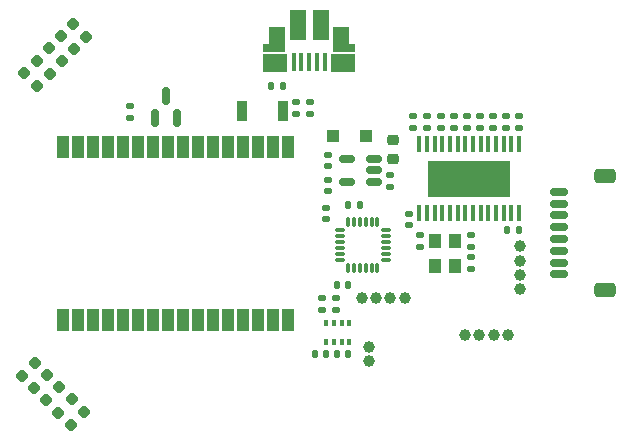
<source format=gtp>
%TF.GenerationSoftware,KiCad,Pcbnew,(6.0.0-0)*%
%TF.CreationDate,2022-01-25T22:05:00-05:00*%
%TF.ProjectId,Autodrone_V2,4175746f-6472-46f6-9e65-5f56322e6b69,rev?*%
%TF.SameCoordinates,Original*%
%TF.FileFunction,Paste,Top*%
%TF.FilePolarity,Positive*%
%FSLAX46Y46*%
G04 Gerber Fmt 4.6, Leading zero omitted, Abs format (unit mm)*
G04 Created by KiCad (PCBNEW (6.0.0-0)) date 2022-01-25 22:05:00*
%MOMM*%
%LPD*%
G01*
G04 APERTURE LIST*
G04 Aperture macros list*
%AMRoundRect*
0 Rectangle with rounded corners*
0 $1 Rounding radius*
0 $2 $3 $4 $5 $6 $7 $8 $9 X,Y pos of 4 corners*
0 Add a 4 corners polygon primitive as box body*
4,1,4,$2,$3,$4,$5,$6,$7,$8,$9,$2,$3,0*
0 Add four circle primitives for the rounded corners*
1,1,$1+$1,$2,$3*
1,1,$1+$1,$4,$5*
1,1,$1+$1,$6,$7*
1,1,$1+$1,$8,$9*
0 Add four rect primitives between the rounded corners*
20,1,$1+$1,$2,$3,$4,$5,0*
20,1,$1+$1,$4,$5,$6,$7,0*
20,1,$1+$1,$6,$7,$8,$9,0*
20,1,$1+$1,$8,$9,$2,$3,0*%
G04 Aperture macros list end*
%ADD10C,0.152400*%
%ADD11RoundRect,0.140000X-0.170000X0.140000X-0.170000X-0.140000X0.170000X-0.140000X0.170000X0.140000X0*%
%ADD12R,1.100000X1.100000*%
%ADD13RoundRect,0.150000X0.150000X-0.587500X0.150000X0.587500X-0.150000X0.587500X-0.150000X-0.587500X0*%
%ADD14RoundRect,0.135000X0.185000X-0.135000X0.185000X0.135000X-0.185000X0.135000X-0.185000X-0.135000X0*%
%ADD15RoundRect,0.135000X0.135000X0.185000X-0.135000X0.185000X-0.135000X-0.185000X0.135000X-0.185000X0*%
%ADD16R,0.900000X1.700000*%
%ADD17RoundRect,0.140000X0.140000X0.170000X-0.140000X0.170000X-0.140000X-0.170000X0.140000X-0.170000X0*%
%ADD18RoundRect,0.135000X-0.185000X0.135000X-0.185000X-0.135000X0.185000X-0.135000X0.185000X0.135000X0*%
%ADD19R,0.400000X1.650000*%
%ADD20R,2.000000X1.500000*%
%ADD21R,1.825000X0.700000*%
%ADD22R,1.350000X2.000000*%
%ADD23R,1.430000X2.500000*%
%ADD24RoundRect,0.140000X0.170000X-0.140000X0.170000X0.140000X-0.170000X0.140000X-0.170000X-0.140000X0*%
%ADD25RoundRect,0.150000X0.625000X-0.150000X0.625000X0.150000X-0.625000X0.150000X-0.625000X-0.150000X0*%
%ADD26RoundRect,0.250000X0.650000X-0.350000X0.650000X0.350000X-0.650000X0.350000X-0.650000X-0.350000X0*%
%ADD27R,1.100000X1.300000*%
%ADD28R,0.350000X0.500000*%
%ADD29RoundRect,0.218750X0.026517X-0.335876X0.335876X-0.026517X-0.026517X0.335876X-0.335876X0.026517X0*%
%ADD30RoundRect,0.218750X-0.335876X-0.026517X-0.026517X-0.335876X0.335876X0.026517X0.026517X0.335876X0*%
%ADD31RoundRect,0.075000X0.350000X0.075000X-0.350000X0.075000X-0.350000X-0.075000X0.350000X-0.075000X0*%
%ADD32RoundRect,0.075000X-0.075000X0.350000X-0.075000X-0.350000X0.075000X-0.350000X0.075000X0.350000X0*%
%ADD33RoundRect,0.150000X0.512500X0.150000X-0.512500X0.150000X-0.512500X-0.150000X0.512500X-0.150000X0*%
%ADD34R,0.355600X1.358900*%
%ADD35R,6.908800X3.098800*%
%ADD36RoundRect,0.218750X0.256250X-0.218750X0.256250X0.218750X-0.256250X0.218750X-0.256250X-0.218750X0*%
%ADD37C,1.000000*%
%ADD38R,1.070100X1.899920*%
G04 APERTURE END LIST*
D10*
%TO.C,U5*%
X107037360Y-88439400D02*
X107037360Y-87090000D01*
X112564400Y-88439400D02*
X112564400Y-87090000D01*
X112564400Y-87090000D02*
X111382640Y-87090000D01*
X112564400Y-86890000D02*
X112564400Y-85540600D01*
X107037360Y-86890000D02*
X107037360Y-85540600D01*
X110000880Y-87090000D02*
X110000880Y-88439400D01*
X108619120Y-87090000D02*
X108619120Y-88439400D01*
X111382640Y-87090000D02*
X111382640Y-88439400D01*
X111182640Y-85540600D02*
X110000880Y-85540600D01*
X108619120Y-85540600D02*
X108619120Y-86890000D01*
X108419120Y-88439400D02*
X108419120Y-87090000D01*
X108419120Y-85540600D02*
X107237360Y-85540600D01*
X108419120Y-87090000D02*
X107237360Y-87090000D01*
X105855600Y-85540600D02*
X105855600Y-86890000D01*
X107237360Y-85540600D02*
X107237360Y-86890000D01*
X108619120Y-88439400D02*
X109800880Y-88439400D01*
X110000880Y-88439400D02*
X111182640Y-88439400D01*
X109800880Y-87090000D02*
X108619120Y-87090000D01*
X109800880Y-88439400D02*
X109800880Y-87090000D01*
X111382640Y-85540600D02*
X111382640Y-86890000D01*
X111382640Y-86890000D02*
X112564400Y-86890000D01*
X108419120Y-86890000D02*
X108419120Y-85540600D01*
X105855600Y-87090000D02*
X105855600Y-88439400D01*
X108619120Y-86890000D02*
X109800880Y-86890000D01*
X107037360Y-87090000D02*
X105855600Y-87090000D01*
X110000880Y-85540600D02*
X110000880Y-86890000D01*
X107237360Y-86890000D02*
X108419120Y-86890000D01*
X105855600Y-86890000D02*
X107037360Y-86890000D01*
X111382640Y-88439400D02*
X112564400Y-88439400D01*
X109800880Y-86890000D02*
X109800880Y-85540600D01*
X107237360Y-88439400D02*
X108419120Y-88439400D01*
X110000880Y-86890000D02*
X111182640Y-86890000D01*
X107037360Y-85540600D02*
X105855600Y-85540600D01*
X107237360Y-87090000D02*
X107237360Y-88439400D01*
X109800880Y-85540600D02*
X108619120Y-85540600D01*
X111182640Y-86890000D02*
X111182640Y-85540600D01*
X105855600Y-88439400D02*
X107037360Y-88439400D01*
X111182640Y-87090000D02*
X110000880Y-87090000D01*
X112564400Y-85540600D02*
X111382640Y-85540600D01*
X111182640Y-88439400D02*
X111182640Y-87090000D01*
%TD*%
D11*
%TO.C,C38*%
X102490000Y-86700000D03*
X102490000Y-87660000D03*
%TD*%
%TO.C,C39*%
X97250000Y-84960000D03*
X97250000Y-85920000D03*
%TD*%
D12*
%TO.C,D14*%
X100510000Y-83390000D03*
X97710000Y-83390000D03*
%TD*%
D13*
%TO.C,Q1*%
X82580000Y-81837500D03*
X84480000Y-81837500D03*
X83530000Y-79962500D03*
%TD*%
D14*
%TO.C,R9*%
X80540000Y-81850000D03*
X80540000Y-80830000D03*
%TD*%
D15*
%TO.C,R5*%
X93420000Y-79180000D03*
X92400000Y-79180000D03*
%TD*%
D16*
%TO.C,SW1*%
X90020000Y-81300000D03*
X93420000Y-81300000D03*
%TD*%
D17*
%TO.C,C1*%
X97090000Y-101810000D03*
X96130000Y-101810000D03*
%TD*%
%TO.C,C2*%
X98950000Y-101810000D03*
X97990000Y-101810000D03*
%TD*%
D14*
%TO.C,R2*%
X96770000Y-98070000D03*
X96770000Y-97050000D03*
%TD*%
D18*
%TO.C,R12*%
X95770000Y-80510000D03*
X95770000Y-81530000D03*
%TD*%
%TO.C,R13*%
X94590000Y-80510000D03*
X94590000Y-81530000D03*
%TD*%
D19*
%TO.C,J5*%
X96970000Y-77100000D03*
X96320000Y-77100000D03*
X95670000Y-77100000D03*
X95020000Y-77100000D03*
X94370000Y-77100000D03*
D20*
X92770000Y-77220000D03*
D21*
X92670000Y-75900000D03*
D22*
X92920000Y-75150000D03*
D20*
X98520000Y-77200000D03*
D22*
X98400000Y-75150000D03*
D21*
X98620000Y-75900000D03*
D23*
X96630000Y-73950000D03*
X94710000Y-73950000D03*
%TD*%
D24*
%TO.C,C40*%
X97250000Y-88030000D03*
X97250000Y-87070000D03*
%TD*%
D25*
%TO.C,J6*%
X116800000Y-95100000D03*
D26*
X120675000Y-96400000D03*
X120675000Y-86800000D03*
D25*
X116800000Y-94100000D03*
X116800000Y-93100000D03*
X116800000Y-92100000D03*
X116800000Y-91100000D03*
X116800000Y-90100000D03*
X116800000Y-89100000D03*
X116800000Y-88100000D03*
%TD*%
D11*
%TO.C,C17*%
X105680000Y-81720000D03*
X105680000Y-82680000D03*
%TD*%
%TO.C,C18*%
X106870000Y-81720000D03*
X106870000Y-82680000D03*
%TD*%
%TO.C,C16*%
X109050000Y-81720000D03*
X109050000Y-82680000D03*
%TD*%
D24*
%TO.C,C19*%
X104080000Y-90900000D03*
X104080000Y-89940000D03*
%TD*%
%TO.C,C20*%
X107960000Y-82680000D03*
X107960000Y-81720000D03*
%TD*%
%TO.C,C21*%
X111220000Y-82680000D03*
X111220000Y-81720000D03*
%TD*%
%TO.C,C22*%
X105020000Y-92760000D03*
X105020000Y-91800000D03*
%TD*%
%TO.C,C23*%
X109360000Y-94620000D03*
X109360000Y-93660000D03*
%TD*%
D18*
%TO.C,R22*%
X112310000Y-81690000D03*
X112310000Y-82710000D03*
%TD*%
%TO.C,R23*%
X113400000Y-81690000D03*
X113400000Y-82710000D03*
%TD*%
D15*
%TO.C,R24*%
X113445000Y-91320000D03*
X112425000Y-91320000D03*
%TD*%
D14*
%TO.C,R25*%
X110140000Y-82710000D03*
X110140000Y-81690000D03*
%TD*%
D18*
%TO.C,R27*%
X109360000Y-91770000D03*
X109360000Y-92790000D03*
%TD*%
D27*
%TO.C,Y2*%
X106365000Y-92300000D03*
X106365000Y-94400000D03*
X108015000Y-94400000D03*
X108015000Y-92300000D03*
%TD*%
D28*
%TO.C,U1*%
X97125000Y-99240000D03*
X97775000Y-99240000D03*
X98425000Y-99240000D03*
X99075000Y-99240000D03*
X99075000Y-100840000D03*
X98425000Y-100840000D03*
X97775000Y-100840000D03*
X97125000Y-100840000D03*
%TD*%
D29*
%TO.C,D4*%
X74436915Y-106797076D03*
X75550609Y-105683382D03*
%TD*%
%TO.C,D8*%
X72358021Y-104718182D03*
X73471715Y-103604488D03*
%TD*%
%TO.C,D10*%
X71318574Y-103678735D03*
X72432268Y-102565041D03*
%TD*%
%TO.C,D2*%
X75476362Y-107836523D03*
X76590056Y-106722829D03*
%TD*%
D14*
%TO.C,R1*%
X97960000Y-98070000D03*
X97960000Y-97050000D03*
%TD*%
%TO.C,R26*%
X104490000Y-82710000D03*
X104490000Y-81690000D03*
%TD*%
D30*
%TO.C,D1*%
X75686169Y-73889150D03*
X76799863Y-75002844D03*
%TD*%
%TO.C,D3*%
X74653793Y-74921526D03*
X75767487Y-76035220D03*
%TD*%
%TO.C,D5*%
X73621417Y-75953902D03*
X74735111Y-77067596D03*
%TD*%
%TO.C,D7*%
X72589041Y-76986278D03*
X73702735Y-78099972D03*
%TD*%
D31*
%TO.C,U3*%
X102150000Y-93850000D03*
X102150000Y-93350000D03*
X102150000Y-92850000D03*
X102150000Y-92350000D03*
X102150000Y-91850000D03*
X102150000Y-91350000D03*
D32*
X101450000Y-90650000D03*
X100950000Y-90650000D03*
X100450000Y-90650000D03*
X99950000Y-90650000D03*
X99450000Y-90650000D03*
X98950000Y-90650000D03*
D31*
X98250000Y-91350000D03*
X98250000Y-91850000D03*
X98250000Y-92350000D03*
X98250000Y-92850000D03*
X98250000Y-93350000D03*
X98250000Y-93850000D03*
D32*
X98950000Y-94550000D03*
X99450000Y-94550000D03*
X99950000Y-94550000D03*
X100450000Y-94550000D03*
X100950000Y-94550000D03*
X101450000Y-94550000D03*
%TD*%
D33*
%TO.C,U9*%
X101147500Y-87230000D03*
X101147500Y-86280000D03*
X101147500Y-85330000D03*
X98872500Y-85330000D03*
X98872500Y-87230000D03*
%TD*%
D24*
%TO.C,C3*%
X97080000Y-90430000D03*
X97080000Y-89470000D03*
%TD*%
D29*
%TO.C,D6*%
X73397468Y-105757629D03*
X74511162Y-104643935D03*
%TD*%
D17*
%TO.C,C4*%
X98960000Y-95970000D03*
X98000000Y-95970000D03*
%TD*%
D34*
%TO.C,U5*%
X104985000Y-89917350D03*
X105635001Y-89917350D03*
X106285000Y-89917350D03*
X106935001Y-89917350D03*
X107584999Y-89917350D03*
X108235001Y-89917350D03*
X108884999Y-89917350D03*
X109534998Y-89917350D03*
X110184999Y-89917350D03*
X110834998Y-89917350D03*
X111484999Y-89917350D03*
X112134998Y-89917350D03*
X112784999Y-89917350D03*
X113434998Y-89917350D03*
X113435000Y-84062650D03*
X112784999Y-84062650D03*
X112135000Y-84062650D03*
X111484999Y-84062650D03*
X110835001Y-84062650D03*
X110184999Y-84062650D03*
X109535001Y-84062650D03*
X108884999Y-84062650D03*
X108235001Y-84062650D03*
X107584999Y-84062650D03*
X106935001Y-84062650D03*
X106285000Y-84062650D03*
X105635001Y-84062650D03*
X104985000Y-84062650D03*
D35*
X109210000Y-86990000D03*
%TD*%
D36*
%TO.C,FB3*%
X102750000Y-85307500D03*
X102750000Y-83732500D03*
%TD*%
D37*
%TO.C,J20*%
X108890000Y-100200000D03*
X110090000Y-100200000D03*
X111290000Y-100200000D03*
X112490000Y-100200000D03*
%TD*%
%TO.C,J1*%
X100720000Y-101220000D03*
X100720000Y-102420000D03*
%TD*%
%TO.C,J19*%
X100150000Y-97090000D03*
X101350000Y-97090000D03*
X102550000Y-97090000D03*
X103750000Y-97090000D03*
%TD*%
D17*
%TO.C,C5*%
X99950000Y-89230000D03*
X98990000Y-89230000D03*
%TD*%
D37*
%TO.C,J21*%
X113510000Y-92720000D03*
X113510000Y-93920000D03*
X113510000Y-95120000D03*
X113510000Y-96320000D03*
%TD*%
D38*
%TO.C,U2*%
X74826000Y-98920030D03*
X76096000Y-98920030D03*
X77366000Y-98920030D03*
X78636000Y-98920030D03*
X79906000Y-98920030D03*
X81176000Y-98920030D03*
X82446000Y-98920030D03*
X83716000Y-98920030D03*
X84986000Y-98920030D03*
X86256000Y-98920030D03*
X87526000Y-98920030D03*
X88796000Y-98920030D03*
X90066000Y-98920030D03*
X91336000Y-98920030D03*
X92606000Y-98920030D03*
X93876000Y-98920030D03*
X93876000Y-84279970D03*
X92606000Y-84279970D03*
X91336000Y-84279970D03*
X90066000Y-84279970D03*
X88796000Y-84279970D03*
X87526000Y-84279970D03*
X86256000Y-84279970D03*
X84986000Y-84279970D03*
X83716000Y-84279970D03*
X82446000Y-84279970D03*
X81176000Y-84279970D03*
X79906000Y-84279970D03*
X78636000Y-84279970D03*
X77366000Y-84279970D03*
X76096000Y-84279970D03*
X74826000Y-84279970D03*
%TD*%
D30*
%TO.C,D9*%
X71552753Y-78017153D03*
X72666447Y-79130847D03*
%TD*%
M02*

</source>
